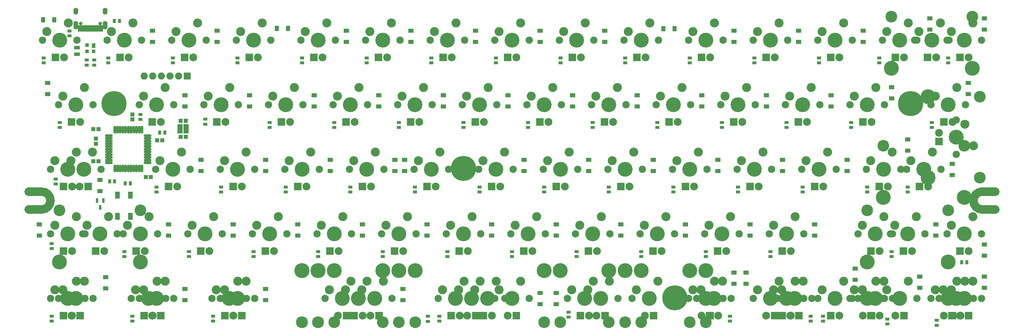
<source format=gbs>
G04 #@! TF.GenerationSoftware,KiCad,Pcbnew,5.0.0-fee4fd1~66~ubuntu16.04.1*
G04 #@! TF.CreationDate,2018-09-14T21:54:44-04:00*
G04 #@! TF.ProjectId,co60,636F36302E6B696361645F7063620000,rev?*
G04 #@! TF.SameCoordinates,PX4b4f718PY8c7ecc0*
G04 #@! TF.FileFunction,Soldermask,Bot*
G04 #@! TF.FilePolarity,Negative*
%FSLAX46Y46*%
G04 Gerber Fmt 4.6, Leading zero omitted, Abs format (unit mm)*
G04 Created by KiCad (PCBNEW 5.0.0-fee4fd1~66~ubuntu16.04.1) date Fri Sep 14 21:54:44 2018*
%MOMM*%
%LPD*%
G01*
G04 APERTURE LIST*
%ADD10C,2.501900*%
%ADD11R,1.000000X1.850000*%
%ADD12R,0.700000X1.850000*%
%ADD13C,1.050000*%
%ADD14O,1.400000X2.500000*%
%ADD15O,1.400000X2.000000*%
%ADD16C,1.400000*%
%ADD17C,7.400240*%
%ADD18C,7.401300*%
%ADD19C,2.650000*%
%ADD20C,4.387800*%
%ADD21C,2.305000*%
%ADD22R,2.305000X2.305000*%
%ADD23C,2.150000*%
%ADD24C,3.448000*%
%ADD25R,1.300000X0.900000*%
%ADD26R,0.900000X1.300000*%
%ADD27R,1.700000X1.100000*%
%ADD28R,1.600000X1.300000*%
%ADD29R,1.300000X1.600000*%
%ADD30R,1.550000X1.400000*%
%ADD31O,2.299920X0.806400*%
%ADD32O,0.806400X2.299920*%
%ADD33R,1.400000X2.100000*%
%ADD34R,1.200000X1.150000*%
%ADD35R,1.150000X1.200000*%
%ADD36R,2.100000X2.100000*%
%ADD37O,2.100000X2.100000*%
%ADD38R,0.740000X1.440000*%
%ADD39R,1.100000X1.000000*%
%ADD40R,1.100000X1.400000*%
G04 APERTURE END LIST*
D10*
G04 #@! TO.C,REF\002A\002A*
X-12350Y35456550D02*
X3787650Y35456550D01*
X3787650Y35456550D02*
G75*
G03X6438600Y38107500I0J2650950D01*
G01*
X6438600Y38107500D02*
G75*
G03X3787650Y40758450I-2650950J0D01*
G01*
X-12350Y40758450D02*
X3787650Y40758450D01*
X281187650Y35456550D02*
X285037650Y35456550D01*
X281187650Y35456550D02*
G75*
G02X278536700Y38107500I0J2650950D01*
G01*
X278536700Y38107500D02*
G75*
G02X281187650Y40758450I2650950J0D01*
G01*
X281187650Y40758450D02*
X284987650Y40758450D01*
G04 #@! TD*
D11*
G04 #@! TO.C,USB1*
X21438400Y88875800D03*
X14988400Y88875800D03*
X20663400Y88875800D03*
X15763400Y88875800D03*
D12*
X16463400Y88875800D03*
X19963400Y88875800D03*
X16963400Y88875800D03*
X19463400Y88875800D03*
X17463400Y88875800D03*
X18963400Y88875800D03*
X18463400Y88875800D03*
X17963400Y88875800D03*
D13*
X21103400Y90320800D03*
X15323400Y90320800D03*
D14*
X13893400Y89790800D03*
X22533400Y89790800D03*
D15*
X13893400Y93970800D03*
X22533400Y93970800D03*
G04 #@! TD*
D16*
G04 #@! TO.C,REF\002A\002A*
X279349172Y36269022D03*
X281187650Y35507500D03*
X283229685Y35507500D03*
X283229685Y40707500D03*
X281187650Y40707500D03*
X279349172Y39945978D03*
X278587650Y38107500D03*
X1745615Y35507500D03*
X1745615Y40707500D03*
X5626128Y36269022D03*
X5626128Y39945978D03*
X3787650Y35507500D03*
X3787650Y40707500D03*
X6387650Y38107500D03*
X129387650Y45307500D03*
X126987650Y45307500D03*
X128187650Y45307500D03*
X126987650Y49907500D03*
X129387650Y49907500D03*
X128187650Y49907500D03*
X191687650Y7107500D03*
X189287650Y7107500D03*
X189287650Y11707500D03*
X191687650Y11707500D03*
X190487650Y7107500D03*
X190487650Y11707500D03*
X261237650Y69024500D03*
X258837650Y69007500D03*
X258837650Y64407500D03*
X261237650Y64407500D03*
X260037650Y64407500D03*
X260037650Y69007500D03*
X26813996Y65081154D03*
X23561304Y65081154D03*
X26813996Y68333846D03*
X23561304Y68333846D03*
X25187650Y64407500D03*
X27487650Y66707500D03*
X22887650Y66707500D03*
X25187650Y69007500D03*
D17*
X260037650Y66707500D03*
X190487650Y9407500D03*
X128187650Y47607500D03*
D18*
X25187650Y66707500D03*
G04 #@! TD*
D19*
G04 #@! TO.C,K_ISOENTER1*
X278536400Y54292500D03*
D20*
X273456400Y56832500D03*
D19*
X275996400Y60642500D03*
D21*
X268376400Y58102500D03*
D22*
X268376400Y55562500D03*
D23*
X273456400Y61912500D03*
X273456400Y51752500D03*
D24*
X280441400Y44894500D03*
X280441400Y68770500D03*
D20*
X265201400Y44894500D03*
X265201400Y68770500D03*
G04 #@! TD*
D25*
G04 #@! TO.C,R68*
X267741400Y1282000D03*
X267741400Y2782000D03*
G04 #@! TD*
G04 #@! TO.C,R67*
X253136400Y3163000D03*
X253136400Y1663000D03*
G04 #@! TD*
G04 #@! TO.C,R66*
X234165775Y2504375D03*
X234165775Y4004375D03*
G04 #@! TD*
G04 #@! TO.C,R65*
X230593900Y2504375D03*
X230593900Y4004375D03*
G04 #@! TD*
G04 #@! TO.C,R64*
X206781400Y2504375D03*
X206781400Y4004375D03*
G04 #@! TD*
G04 #@! TO.C,R63*
X159156400Y3695000D03*
X159156400Y5195000D03*
G04 #@! TD*
G04 #@! TO.C,R62*
X121056400Y2504375D03*
X121056400Y4004375D03*
G04 #@! TD*
G04 #@! TO.C,R61*
X117678200Y2475800D03*
X117678200Y3975800D03*
G04 #@! TD*
G04 #@! TO.C,R60*
X54381400Y2504375D03*
X54381400Y4004375D03*
G04 #@! TD*
G04 #@! TO.C,R59*
X30568900Y2504375D03*
X30568900Y4004375D03*
G04 #@! TD*
G04 #@! TO.C,R58*
X6756400Y2504375D03*
X6756400Y4004375D03*
G04 #@! TD*
D26*
G04 #@! TO.C,R57*
X275087650Y19923125D03*
X276587650Y19923125D03*
G04 #@! TD*
D25*
G04 #@! TO.C,R56*
X254406400Y21554375D03*
X254406400Y23054375D03*
G04 #@! TD*
G04 #@! TO.C,R55*
X218687650Y21554375D03*
X218687650Y23054375D03*
G04 #@! TD*
G04 #@! TO.C,R54*
X199637650Y21554375D03*
X199637650Y23054375D03*
G04 #@! TD*
G04 #@! TO.C,R53*
X180587650Y21554375D03*
X180587650Y23054375D03*
G04 #@! TD*
G04 #@! TO.C,R52*
X161537650Y21554375D03*
X161537650Y23054375D03*
G04 #@! TD*
G04 #@! TO.C,R51*
X142487650Y21554375D03*
X142487650Y23054375D03*
G04 #@! TD*
G04 #@! TO.C,R50*
X123437650Y21554375D03*
X123437650Y23054375D03*
G04 #@! TD*
G04 #@! TO.C,R49*
X104387650Y21554375D03*
X104387650Y23054375D03*
G04 #@! TD*
G04 #@! TO.C,R48*
X85337650Y21554375D03*
X85337650Y23054375D03*
G04 #@! TD*
G04 #@! TO.C,R47*
X66287650Y21554375D03*
X66287650Y23054375D03*
G04 #@! TD*
G04 #@! TO.C,R46*
X47237650Y21554375D03*
X47237650Y23054375D03*
G04 #@! TD*
G04 #@! TO.C,R45*
X28187650Y21554375D03*
X28187650Y23054375D03*
G04 #@! TD*
G04 #@! TO.C,R44*
X6756400Y23935625D03*
X6756400Y25435625D03*
G04 #@! TD*
G04 #@! TO.C,R43*
X259168900Y40604375D03*
X259168900Y42104375D03*
G04 #@! TD*
G04 #@! TO.C,R42*
X247262650Y40604375D03*
X247262650Y42104375D03*
G04 #@! TD*
G04 #@! TO.C,R41*
X228212650Y40604375D03*
X228212650Y42104375D03*
G04 #@! TD*
G04 #@! TO.C,R40*
X209162650Y40604375D03*
X209162650Y42104375D03*
G04 #@! TD*
G04 #@! TO.C,R39*
X190112650Y40604375D03*
X190112650Y42104375D03*
G04 #@! TD*
G04 #@! TO.C,R38*
X171062650Y40604375D03*
X171062650Y42104375D03*
G04 #@! TD*
G04 #@! TO.C,R37*
X152012650Y40604375D03*
X152012650Y42104375D03*
G04 #@! TD*
G04 #@! TO.C,R36*
X132962650Y40604375D03*
X132962650Y42104375D03*
G04 #@! TD*
G04 #@! TO.C,R35*
X113912650Y40604375D03*
X113912650Y42104375D03*
G04 #@! TD*
G04 #@! TO.C,R34*
X94862650Y40604375D03*
X94862650Y42104375D03*
G04 #@! TD*
G04 #@! TO.C,R33*
X75812650Y40604375D03*
X75812650Y42104375D03*
G04 #@! TD*
G04 #@! TO.C,R32*
X56762650Y40604375D03*
X56762650Y42104375D03*
G04 #@! TD*
G04 #@! TO.C,R31*
X37712650Y40604375D03*
X37712650Y42104375D03*
G04 #@! TD*
G04 #@! TO.C,R30*
X7947025Y42985625D03*
X7947025Y44485625D03*
G04 #@! TD*
G04 #@! TO.C,R29*
X266312650Y59654375D03*
X266312650Y61154375D03*
G04 #@! TD*
G04 #@! TO.C,R28*
X242500150Y59654375D03*
X242500150Y61154375D03*
G04 #@! TD*
G04 #@! TO.C,R27*
X223450150Y59654375D03*
X223450150Y61154375D03*
G04 #@! TD*
G04 #@! TO.C,R26*
X204400150Y59654375D03*
X204400150Y61154375D03*
G04 #@! TD*
G04 #@! TO.C,R25*
X185350150Y59654375D03*
X185350150Y61154375D03*
G04 #@! TD*
G04 #@! TO.C,R24*
X166300150Y59654375D03*
X166300150Y61154375D03*
G04 #@! TD*
G04 #@! TO.C,R23*
X147250150Y59654375D03*
X147250150Y61154375D03*
G04 #@! TD*
G04 #@! TO.C,R19*
X71050150Y59654375D03*
X71050150Y61154375D03*
G04 #@! TD*
G04 #@! TO.C,R18*
X52070000Y60629800D03*
X52070000Y62129800D03*
G04 #@! TD*
G04 #@! TO.C,R17*
X32950150Y62035625D03*
X32950150Y63535625D03*
G04 #@! TD*
G04 #@! TO.C,R16*
X9137650Y59654375D03*
X9137650Y61154375D03*
G04 #@! TD*
G04 #@! TO.C,R15*
X271075150Y78704375D03*
X271075150Y80204375D03*
G04 #@! TD*
G04 #@! TO.C,R14*
X250834525Y78704375D03*
X250834525Y80204375D03*
G04 #@! TD*
G04 #@! TO.C,R13*
X232975150Y78704375D03*
X232975150Y80204375D03*
G04 #@! TD*
G04 #@! TO.C,R12*
X213925150Y78704375D03*
X213925150Y80204375D03*
G04 #@! TD*
G04 #@! TO.C,R11*
X194875150Y78704375D03*
X194875150Y80204375D03*
G04 #@! TD*
G04 #@! TO.C,R10*
X175825150Y78704375D03*
X175825150Y80204375D03*
G04 #@! TD*
G04 #@! TO.C,R9*
X156775150Y78704375D03*
X156775150Y80204375D03*
G04 #@! TD*
G04 #@! TO.C,R8*
X137725150Y78704375D03*
X137725150Y80204375D03*
G04 #@! TD*
G04 #@! TO.C,R7*
X118675150Y78704375D03*
X118675150Y80204375D03*
G04 #@! TD*
G04 #@! TO.C,R6*
X99625150Y78704375D03*
X99625150Y80204375D03*
G04 #@! TD*
G04 #@! TO.C,R5*
X80575150Y78704375D03*
X80575150Y80204375D03*
G04 #@! TD*
G04 #@! TO.C,R4*
X61525150Y78704375D03*
X61525150Y80204375D03*
G04 #@! TD*
G04 #@! TO.C,R3*
X42475150Y78704375D03*
X42475150Y80204375D03*
G04 #@! TD*
G04 #@! TO.C,R2*
X23425150Y78704375D03*
X23425150Y80204375D03*
G04 #@! TD*
G04 #@! TO.C,R1*
X4375150Y78704375D03*
X4375150Y80204375D03*
G04 #@! TD*
D27*
G04 #@! TO.C,F1*
X14231400Y81320000D03*
X14231400Y83220000D03*
G04 #@! TD*
D19*
G04 #@! TO.C,K_SPACE1_2*
X99783900Y14287500D03*
D20*
X97243900Y9207500D03*
D19*
X93433900Y11747500D03*
D21*
X98513900Y4127500D03*
D22*
X95973900Y4127500D03*
D23*
X92163900Y9207500D03*
X102323900Y9207500D03*
D24*
X85305900Y2222500D03*
X109181900Y2222500D03*
D20*
X85305900Y17462500D03*
X109181900Y17462500D03*
G04 #@! TD*
D19*
G04 #@! TO.C,K_SPACE3_1*
X166458900Y14287500D03*
D20*
X163918900Y9207500D03*
D19*
X160108900Y11747500D03*
D21*
X165188900Y4127500D03*
D22*
X162648900Y4127500D03*
D23*
X158838900Y9207500D03*
X168998900Y9207500D03*
D24*
X151980900Y2222500D03*
X175856900Y2222500D03*
D20*
X151980900Y17462500D03*
X175856900Y17462500D03*
G04 #@! TD*
D28*
G04 #@! TO.C,D68*
X281790775Y12320000D03*
X281790775Y15620000D03*
G04 #@! TD*
G04 #@! TO.C,D67*
X262740775Y12320000D03*
X262740775Y15620000D03*
G04 #@! TD*
G04 #@! TO.C,D66*
X243690775Y14701250D03*
X243690775Y18001250D03*
G04 #@! TD*
G04 #@! TO.C,D65*
X211543900Y13510625D03*
X211543900Y16810625D03*
G04 #@! TD*
G04 #@! TO.C,D64*
X207972025Y13510625D03*
X207972025Y16810625D03*
G04 #@! TD*
G04 #@! TO.C,D63*
X155584525Y7557500D03*
X155584525Y10857500D03*
G04 #@! TD*
G04 #@! TO.C,D62*
X150822025Y7557500D03*
X150822025Y10857500D03*
G04 #@! TD*
G04 #@! TO.C,D61*
X110340775Y8748125D03*
X110340775Y12048125D03*
G04 #@! TD*
G04 #@! TO.C,D60*
X69859525Y8748125D03*
X69859525Y12048125D03*
G04 #@! TD*
G04 #@! TO.C,D59*
X46047025Y8748125D03*
X46047025Y12048125D03*
G04 #@! TD*
G04 #@! TO.C,D58*
X22733000Y12167600D03*
X22733000Y15467600D03*
G04 #@! TD*
G04 #@! TO.C,D57*
X281790775Y21845000D03*
X281790775Y25145000D03*
G04 #@! TD*
G04 #@! TO.C,D56*
X267503275Y27798125D03*
X267503275Y31098125D03*
G04 #@! TD*
G04 #@! TO.C,D55*
X231784525Y27798125D03*
X231784525Y31098125D03*
G04 #@! TD*
G04 #@! TO.C,D54*
X212734525Y27798125D03*
X212734525Y31098125D03*
G04 #@! TD*
G04 #@! TO.C,D53*
X193684525Y27798125D03*
X193684525Y31098125D03*
G04 #@! TD*
G04 #@! TO.C,D52*
X174634525Y27798125D03*
X174634525Y31098125D03*
G04 #@! TD*
G04 #@! TO.C,D51*
X155584525Y27798125D03*
X155584525Y31098125D03*
G04 #@! TD*
G04 #@! TO.C,D50*
X136534525Y27798125D03*
X136534525Y31098125D03*
G04 #@! TD*
G04 #@! TO.C,D49*
X117484525Y27798125D03*
X117484525Y31098125D03*
G04 #@! TD*
G04 #@! TO.C,D48*
X98434525Y27798125D03*
X98434525Y31098125D03*
G04 #@! TD*
G04 #@! TO.C,D47*
X79384525Y27798125D03*
X79384525Y31098125D03*
G04 #@! TD*
G04 #@! TO.C,D46*
X60334525Y27798125D03*
X60334525Y31098125D03*
G04 #@! TD*
G04 #@! TO.C,D45*
X41284525Y27798125D03*
X41284525Y31098125D03*
G04 #@! TD*
G04 #@! TO.C,D44*
X3184525Y27798125D03*
X3184525Y31098125D03*
G04 #@! TD*
G04 #@! TO.C,D43*
X272265775Y45657500D03*
X272265775Y48957500D03*
G04 #@! TD*
G04 #@! TO.C,D42*
X259168900Y52801250D03*
X259168900Y56101250D03*
G04 #@! TD*
G04 #@! TO.C,D41*
X241309525Y46848125D03*
X241309525Y50148125D03*
G04 #@! TD*
G04 #@! TO.C,D40*
X222259525Y46848125D03*
X222259525Y50148125D03*
G04 #@! TD*
G04 #@! TO.C,D39*
X203209525Y46848125D03*
X203209525Y50148125D03*
G04 #@! TD*
G04 #@! TO.C,D38*
X184159525Y46848125D03*
X184159525Y50148125D03*
G04 #@! TD*
G04 #@! TO.C,D37*
X165109525Y46848125D03*
X165109525Y50148125D03*
G04 #@! TD*
G04 #@! TO.C,D36*
X146059525Y46848125D03*
X146059525Y50148125D03*
G04 #@! TD*
G04 #@! TO.C,D35*
X110832900Y46850300D03*
X110832900Y50150300D03*
G04 #@! TD*
G04 #@! TO.C,D34*
X107959525Y46848125D03*
X107959525Y50148125D03*
G04 #@! TD*
G04 #@! TO.C,D33*
X88909525Y46848125D03*
X88909525Y50148125D03*
G04 #@! TD*
G04 #@! TO.C,D32*
X69859525Y46848125D03*
X69859525Y50148125D03*
G04 #@! TD*
G04 #@! TO.C,D31*
X50809525Y46848125D03*
X50809525Y50148125D03*
G04 #@! TD*
G04 #@! TO.C,D30*
X21043900Y40895000D03*
X21043900Y44195000D03*
G04 #@! TD*
G04 #@! TO.C,D29*
X277028275Y69470000D03*
X277028275Y72770000D03*
G04 #@! TD*
G04 #@! TO.C,D28*
X254406400Y68279375D03*
X254406400Y71579375D03*
G04 #@! TD*
G04 #@! TO.C,D27*
X236547025Y65898125D03*
X236547025Y69198125D03*
G04 #@! TD*
G04 #@! TO.C,D26*
X217497025Y65898125D03*
X217497025Y69198125D03*
G04 #@! TD*
G04 #@! TO.C,D25*
X198447025Y65898125D03*
X198447025Y69198125D03*
G04 #@! TD*
G04 #@! TO.C,D24*
X179397025Y65898125D03*
X179397025Y69198125D03*
G04 #@! TD*
G04 #@! TO.C,D23*
X160347025Y65898125D03*
X160347025Y69198125D03*
G04 #@! TD*
G04 #@! TO.C,D22*
X141297025Y65898125D03*
X141297025Y69198125D03*
G04 #@! TD*
G04 #@! TO.C,D21*
X122247025Y65898125D03*
X122247025Y69198125D03*
G04 #@! TD*
G04 #@! TO.C,D20*
X103197025Y65898125D03*
X103197025Y69198125D03*
G04 #@! TD*
G04 #@! TO.C,D19*
X84147025Y65898125D03*
X84147025Y69198125D03*
G04 #@! TD*
G04 #@! TO.C,D18*
X65097025Y65898125D03*
X65097025Y69198125D03*
G04 #@! TD*
G04 #@! TO.C,D17*
X46047025Y65898125D03*
X46047025Y69198125D03*
G04 #@! TD*
G04 #@! TO.C,D16*
X5565775Y69470000D03*
X5565775Y72770000D03*
G04 #@! TD*
G04 #@! TO.C,D15*
X281790775Y88520000D03*
X281790775Y91820000D03*
G04 #@! TD*
G04 #@! TO.C,D14*
X265709400Y88520000D03*
X265709400Y91820000D03*
G04 #@! TD*
G04 #@! TO.C,D13*
X246072025Y84948125D03*
X246072025Y88248125D03*
G04 #@! TD*
G04 #@! TO.C,D12*
X227022025Y84948125D03*
X227022025Y88248125D03*
G04 #@! TD*
G04 #@! TO.C,D11*
X207972025Y84948125D03*
X207972025Y88248125D03*
G04 #@! TD*
D29*
G04 #@! TO.C,D10*
X190421400Y88850000D03*
X187121400Y88850000D03*
G04 #@! TD*
D28*
G04 #@! TO.C,D9*
X169872025Y84948125D03*
X169872025Y88248125D03*
G04 #@! TD*
G04 #@! TO.C,D8*
X150822025Y84948125D03*
X150822025Y88248125D03*
G04 #@! TD*
G04 #@! TO.C,D7*
X131772025Y84948125D03*
X131772025Y88248125D03*
G04 #@! TD*
G04 #@! TO.C,D6*
X112722025Y84948125D03*
X112722025Y88248125D03*
G04 #@! TD*
G04 #@! TO.C,D5*
X93672025Y84948125D03*
X93672025Y88248125D03*
G04 #@! TD*
D29*
G04 #@! TO.C,D4*
X76431400Y88930000D03*
X73131400Y88930000D03*
G04 #@! TD*
D28*
G04 #@! TO.C,D3*
X55572025Y84948125D03*
X55572025Y88248125D03*
G04 #@! TD*
G04 #@! TO.C,D2*
X36522025Y84948125D03*
X36522025Y88248125D03*
G04 #@! TD*
D29*
G04 #@! TO.C,D1*
X7517400Y91440000D03*
X4217400Y91440000D03*
G04 #@! TD*
D30*
G04 #@! TO.C,Y1*
X44641800Y59958200D03*
X46391800Y59958200D03*
X46391800Y58558200D03*
X44641800Y58558200D03*
G04 #@! TD*
D31*
G04 #@! TO.C,U1*
X23663275Y53260625D03*
X23663275Y54060725D03*
X23663275Y54860825D03*
X23663275Y55660925D03*
X23663275Y56461025D03*
X23663275Y57261125D03*
X23663275Y52460525D03*
X23663275Y51660425D03*
X23663275Y50860325D03*
X23663275Y50060225D03*
X23663275Y49260125D03*
X35093275Y53260625D03*
X35093275Y54060725D03*
X35093275Y54860825D03*
X35093275Y55660925D03*
X35093275Y56461025D03*
X35093275Y57261125D03*
X35093275Y52460525D03*
X35093275Y51660425D03*
X35093275Y50860325D03*
X35093275Y50060225D03*
X35093275Y49260125D03*
D32*
X29378275Y58975625D03*
X29378275Y47545625D03*
X30178375Y58975625D03*
X30178375Y47545625D03*
X30978475Y47545625D03*
X30978475Y58975625D03*
X31778575Y58975625D03*
X31778575Y47545625D03*
X32578675Y47545625D03*
X32578675Y58975625D03*
X33378775Y58975625D03*
X33378775Y47545625D03*
X28578175Y47545625D03*
X28578175Y58975625D03*
X27778075Y58975625D03*
X27778075Y47545625D03*
X26977975Y47545625D03*
X26977975Y58975625D03*
X26177875Y58975625D03*
X26177875Y47545625D03*
X25377775Y47545625D03*
X25377775Y58975625D03*
G04 #@! TD*
D33*
G04 #@! TO.C,SW1*
X26192400Y39726000D03*
X26192400Y33426000D03*
X29992400Y39726000D03*
X29992400Y33426000D03*
G04 #@! TD*
D26*
G04 #@! TO.C,RC7*
X26781400Y91070000D03*
X25281400Y91070000D03*
G04 #@! TD*
D25*
G04 #@! TO.C,RC6*
X12065000Y88176800D03*
X12065000Y86676800D03*
G04 #@! TD*
G04 #@! TO.C,RC5*
X17131400Y78070000D03*
X17131400Y79570000D03*
G04 #@! TD*
G04 #@! TO.C,RC4*
X19281400Y78070000D03*
X19281400Y79570000D03*
G04 #@! TD*
D26*
G04 #@! TO.C,RC3*
X40145400Y58166000D03*
X38645400Y58166000D03*
G04 #@! TD*
G04 #@! TO.C,RC2*
X25365775Y43735625D03*
X23865775Y43735625D03*
G04 #@! TD*
G04 #@! TO.C,RC1*
X28485400Y43180000D03*
X29985400Y43180000D03*
G04 #@! TD*
D25*
G04 #@! TO.C,R22*
X128200150Y59654375D03*
X128200150Y61154375D03*
G04 #@! TD*
G04 #@! TO.C,R21*
X109150150Y59654375D03*
X109150150Y61154375D03*
G04 #@! TD*
G04 #@! TO.C,R20*
X90100150Y59654375D03*
X90100150Y61154375D03*
G04 #@! TD*
D19*
G04 #@! TO.C,K_CAPS2*
X14058900Y52387500D03*
D20*
X11518900Y47307500D03*
D19*
X7708900Y49847500D03*
D21*
X12788900Y42227500D03*
D22*
X10248900Y42227500D03*
D23*
X6438900Y47307500D03*
X16598900Y47307500D03*
G04 #@! TD*
D19*
G04 #@! TO.C,K_CAPS1*
X18821400Y52387500D03*
D20*
X16281400Y47307500D03*
D19*
X12471400Y49847500D03*
D21*
X15011400Y42227500D03*
D22*
X17551400Y42227500D03*
D23*
X11201400Y47307500D03*
X21361400Y47307500D03*
G04 #@! TD*
D34*
G04 #@! TO.C,C8*
X19103275Y59213750D03*
X20603275Y59213750D03*
G04 #@! TD*
G04 #@! TO.C,C7*
X36031400Y45020000D03*
X34531400Y45020000D03*
G04 #@! TD*
G04 #@! TO.C,C6*
X19103275Y49688750D03*
X20603275Y49688750D03*
G04 #@! TD*
D35*
G04 #@! TO.C,C5*
X19853275Y54891875D03*
X19853275Y56391875D03*
G04 #@! TD*
D34*
G04 #@! TO.C,C4*
X39383400Y55880000D03*
X37883400Y55880000D03*
G04 #@! TD*
D35*
G04 #@! TO.C,C3*
X30568900Y63535625D03*
X30568900Y62035625D03*
G04 #@! TD*
D34*
G04 #@! TO.C,C2*
X46292200Y61620000D03*
X44792200Y61620000D03*
G04 #@! TD*
G04 #@! TO.C,C1*
X44811400Y56880000D03*
X46311400Y56880000D03*
G04 #@! TD*
D19*
G04 #@! TO.C,K_RCTL1*
X275996400Y14287500D03*
D20*
X273456400Y9207500D03*
D19*
X269646400Y11747500D03*
D21*
X274726400Y4127500D03*
D22*
X272186400Y4127500D03*
D23*
X268376400Y9207500D03*
X278536400Y9207500D03*
G04 #@! TD*
D19*
G04 #@! TO.C,K_RFN1*
X252183900Y14287500D03*
D20*
X249643900Y9207500D03*
D19*
X245833900Y11747500D03*
D21*
X250913900Y4127500D03*
D22*
X248373900Y4127500D03*
D23*
X244563900Y9207500D03*
X254723900Y9207500D03*
G04 #@! TD*
D19*
G04 #@! TO.C,K_RMOD3*
X225990150Y14287500D03*
D20*
X223450150Y9207500D03*
D19*
X219640150Y11747500D03*
D21*
X224720150Y4127500D03*
D22*
X222180150Y4127500D03*
D23*
X218370150Y9207500D03*
X228530150Y9207500D03*
G04 #@! TD*
D19*
G04 #@! TO.C,K_SPACE2_5*
X137883900Y14287500D03*
D20*
X135343900Y9207500D03*
D19*
X131533900Y11747500D03*
D21*
X136613900Y4127500D03*
D22*
X134073900Y4127500D03*
D23*
X130263900Y9207500D03*
X140423900Y9207500D03*
G04 #@! TD*
D19*
G04 #@! TO.C,K_LALT1*
X61683900Y14287500D03*
D20*
X59143900Y9207500D03*
D19*
X55333900Y11747500D03*
D21*
X60413900Y4127500D03*
D22*
X57873900Y4127500D03*
D23*
X54063900Y9207500D03*
X64223900Y9207500D03*
G04 #@! TD*
D19*
G04 #@! TO.C,K_LGUI1*
X37871400Y14287500D03*
D20*
X35331400Y9207500D03*
D19*
X31521400Y11747500D03*
D21*
X36601400Y4127500D03*
D22*
X34061400Y4127500D03*
D23*
X30251400Y9207500D03*
X40411400Y9207500D03*
G04 #@! TD*
D19*
G04 #@! TO.C,K_SPACE3_3*
X185508900Y14287500D03*
D20*
X182968900Y9207500D03*
D19*
X179158900Y11747500D03*
D21*
X181698900Y4127500D03*
D22*
X184238900Y4127500D03*
D23*
X177888900Y9207500D03*
X188048900Y9207500D03*
D24*
X171030900Y2222500D03*
X194906900Y2222500D03*
D20*
X171030900Y17462500D03*
X194906900Y17462500D03*
G04 #@! TD*
D19*
G04 #@! TO.C,K_SPACE2_4*
X145027650Y14287500D03*
D20*
X142487650Y9207500D03*
D19*
X138677650Y11747500D03*
D21*
X141217650Y4127500D03*
D22*
X143757650Y4127500D03*
D23*
X137407650Y9207500D03*
X147567650Y9207500D03*
G04 #@! TD*
D19*
G04 #@! TO.C,K_SPACE1_3*
X104546400Y14287500D03*
D20*
X102006400Y9207500D03*
D19*
X98196400Y11747500D03*
D21*
X100736400Y4127500D03*
D22*
X103276400Y4127500D03*
D23*
X96926400Y9207500D03*
X107086400Y9207500D03*
D24*
X90068400Y2222500D03*
X113944400Y2222500D03*
D20*
X90068400Y17462500D03*
X113944400Y17462500D03*
G04 #@! TD*
D19*
G04 #@! TO.C,K_RCTL3*
X273615150Y14287500D03*
D20*
X271075150Y9207500D03*
D19*
X267265150Y11747500D03*
D21*
X269805150Y4127500D03*
D22*
X272345150Y4127500D03*
D23*
X265995150Y9207500D03*
X276155150Y9207500D03*
G04 #@! TD*
D19*
G04 #@! TO.C,K_RFN3*
X249802650Y14287500D03*
D20*
X247262650Y9207500D03*
D19*
X243452650Y11747500D03*
D21*
X245992650Y4127500D03*
D22*
X248532650Y4127500D03*
D23*
X242182650Y9207500D03*
X252342650Y9207500D03*
G04 #@! TD*
D19*
G04 #@! TO.C,K_SPACE2_3*
X145027650Y14287500D03*
D20*
X142487650Y9207500D03*
D19*
X138677650Y11747500D03*
D21*
X141217650Y4127500D03*
D22*
X143757650Y4127500D03*
D23*
X137407650Y9207500D03*
X147567650Y9207500D03*
D24*
X85337650Y2222500D03*
X199637650Y2222500D03*
D20*
X85337650Y17462500D03*
X199637650Y17462500D03*
G04 #@! TD*
D19*
G04 #@! TO.C,K_LALT2*
X64065150Y14287500D03*
D20*
X61525150Y9207500D03*
D19*
X57715150Y11747500D03*
D21*
X60255150Y4127500D03*
D22*
X62795150Y4127500D03*
D23*
X56445150Y9207500D03*
X66605150Y9207500D03*
G04 #@! TD*
D19*
G04 #@! TO.C,K_LGUI2*
X40252650Y14287500D03*
D20*
X37712650Y9207500D03*
D19*
X33902650Y11747500D03*
D21*
X36442650Y4127500D03*
D22*
X38982650Y4127500D03*
D23*
X32632650Y9207500D03*
X42792650Y9207500D03*
G04 #@! TD*
D19*
G04 #@! TO.C,K_SPACE3_2*
X171221400Y14287500D03*
D20*
X168681400Y9207500D03*
D19*
X164871400Y11747500D03*
D21*
X167411400Y4127500D03*
D22*
X169951400Y4127500D03*
D23*
X163601400Y9207500D03*
X173761400Y9207500D03*
D24*
X156743400Y2222500D03*
X180619400Y2222500D03*
D20*
X156743400Y17462500D03*
X180619400Y17462500D03*
G04 #@! TD*
D19*
G04 #@! TO.C,K_RCTL2*
X278377650Y14287500D03*
D20*
X275837650Y9207500D03*
D19*
X272027650Y11747500D03*
D21*
X274567650Y4127500D03*
D22*
X277107650Y4127500D03*
D23*
X270757650Y9207500D03*
X280917650Y9207500D03*
G04 #@! TD*
D19*
G04 #@! TO.C,K_RFN2*
X259327650Y14287500D03*
D20*
X256787650Y9207500D03*
D19*
X252977650Y11747500D03*
D21*
X255517650Y4127500D03*
D22*
X258057650Y4127500D03*
D23*
X251707650Y9207500D03*
X261867650Y9207500D03*
G04 #@! TD*
D19*
G04 #@! TO.C,K_RMOD2*
X221227650Y14287500D03*
D20*
X218687650Y9207500D03*
D19*
X214877650Y11747500D03*
D21*
X217417650Y4127500D03*
D22*
X219957650Y4127500D03*
D23*
X213607650Y9207500D03*
X223767650Y9207500D03*
G04 #@! TD*
D19*
G04 #@! TO.C,K_RALT3*
X202177650Y14287500D03*
D20*
X199637650Y9207500D03*
D19*
X195827650Y11747500D03*
D21*
X198367650Y4127500D03*
D22*
X200907650Y4127500D03*
D23*
X194557650Y9207500D03*
X204717650Y9207500D03*
G04 #@! TD*
D19*
G04 #@! TO.C,K_RALT1*
X204558900Y14287500D03*
D20*
X202018900Y9207500D03*
D19*
X198208900Y11747500D03*
D21*
X203288900Y4127500D03*
D22*
X200748900Y4127500D03*
D23*
X196938900Y9207500D03*
X207098900Y9207500D03*
G04 #@! TD*
D19*
G04 #@! TO.C,K_SPACE2_1*
X128358900Y14287500D03*
D20*
X125818900Y9207500D03*
D19*
X122008900Y11747500D03*
D21*
X127088900Y4127500D03*
D22*
X124548900Y4127500D03*
D23*
X120738900Y9207500D03*
X130898900Y9207500D03*
G04 #@! TD*
D19*
G04 #@! TO.C,K_SPACE1_1*
X95021400Y14287500D03*
D20*
X92481400Y9207500D03*
D19*
X88671400Y11747500D03*
D21*
X91211400Y4127500D03*
D22*
X93751400Y4127500D03*
D23*
X87401400Y9207500D03*
X97561400Y9207500D03*
D24*
X80543400Y2222500D03*
X104419400Y2222500D03*
D20*
X80543400Y17462500D03*
X104419400Y17462500D03*
G04 #@! TD*
D19*
G04 #@! TO.C,K_RMOD1*
X228371400Y14287500D03*
D20*
X225831400Y9207500D03*
D19*
X222021400Y11747500D03*
D21*
X224561400Y4127500D03*
D22*
X227101400Y4127500D03*
D23*
X220751400Y9207500D03*
X230911400Y9207500D03*
G04 #@! TD*
D19*
G04 #@! TO.C,K_SPACE2_2*
X133121400Y14287500D03*
D20*
X130581400Y9207500D03*
D19*
X126771400Y11747500D03*
D21*
X129311400Y4127500D03*
D22*
X131851400Y4127500D03*
D23*
X125501400Y9207500D03*
X135661400Y9207500D03*
D24*
X80581500Y2222500D03*
X180581300Y2222500D03*
D20*
X80581500Y17462500D03*
X180581300Y17462500D03*
G04 #@! TD*
D36*
G04 #@! TO.C,J1*
X46736000Y74803000D03*
D37*
X44196000Y74803000D03*
X41656000Y74803000D03*
X39116000Y74803000D03*
X36576000Y74803000D03*
X34036000Y74803000D03*
G04 #@! TD*
D19*
G04 #@! TO.C,K_Q1*
X40252650Y71437500D03*
D20*
X37712650Y66357500D03*
D19*
X33902650Y68897500D03*
D21*
X38982650Y61277500D03*
D22*
X36442650Y61277500D03*
D23*
X32632650Y66357500D03*
X42792650Y66357500D03*
G04 #@! TD*
D19*
G04 #@! TO.C,K_#0_1*
X202177650Y90487500D03*
D20*
X199637650Y85407500D03*
D19*
X195827650Y87947500D03*
D21*
X200907650Y80327500D03*
D22*
X198367650Y80327500D03*
D23*
X194557650Y85407500D03*
X204717650Y85407500D03*
G04 #@! TD*
D19*
G04 #@! TO.C,K_#1*
X30727650Y90487500D03*
D20*
X28187650Y85407500D03*
D19*
X24377650Y87947500D03*
D21*
X29457650Y80327500D03*
D22*
X26917650Y80327500D03*
D23*
X23107650Y85407500D03*
X33267650Y85407500D03*
G04 #@! TD*
D19*
G04 #@! TO.C,K_#2*
X49777650Y90487500D03*
D20*
X47237650Y85407500D03*
D19*
X43427650Y87947500D03*
D21*
X48507650Y80327500D03*
D22*
X45967650Y80327500D03*
D23*
X42157650Y85407500D03*
X52317650Y85407500D03*
G04 #@! TD*
D19*
G04 #@! TO.C,K_#3*
X68827650Y90487500D03*
D20*
X66287650Y85407500D03*
D19*
X62477650Y87947500D03*
D21*
X67557650Y80327500D03*
D22*
X65017650Y80327500D03*
D23*
X61207650Y85407500D03*
X71367650Y85407500D03*
G04 #@! TD*
D19*
G04 #@! TO.C,K_#4*
X87877650Y90487500D03*
D20*
X85337650Y85407500D03*
D19*
X81527650Y87947500D03*
D21*
X86607650Y80327500D03*
D22*
X84067650Y80327500D03*
D23*
X80257650Y85407500D03*
X90417650Y85407500D03*
G04 #@! TD*
D19*
G04 #@! TO.C,K_#5*
X106927650Y90487500D03*
D20*
X104387650Y85407500D03*
D19*
X100577650Y87947500D03*
D21*
X105657650Y80327500D03*
D22*
X103117650Y80327500D03*
D23*
X99307650Y85407500D03*
X109467650Y85407500D03*
G04 #@! TD*
D19*
G04 #@! TO.C,K_#6*
X125977650Y90487500D03*
D20*
X123437650Y85407500D03*
D19*
X119627650Y87947500D03*
D21*
X124707650Y80327500D03*
D22*
X122167650Y80327500D03*
D23*
X118357650Y85407500D03*
X128517650Y85407500D03*
G04 #@! TD*
D19*
G04 #@! TO.C,K_#7*
X145027650Y90487500D03*
D20*
X142487650Y85407500D03*
D19*
X138677650Y87947500D03*
D21*
X143757650Y80327500D03*
D22*
X141217650Y80327500D03*
D23*
X137407650Y85407500D03*
X147567650Y85407500D03*
G04 #@! TD*
D19*
G04 #@! TO.C,K_#8*
X164077650Y90487500D03*
D20*
X161537650Y85407500D03*
D19*
X157727650Y87947500D03*
D21*
X162807650Y80327500D03*
D22*
X160267650Y80327500D03*
D23*
X156457650Y85407500D03*
X166617650Y85407500D03*
G04 #@! TD*
D19*
G04 #@! TO.C,K_#9*
X183127650Y90487500D03*
D20*
X180587650Y85407500D03*
D19*
X176777650Y87947500D03*
D21*
X181857650Y80327500D03*
D22*
X179317650Y80327500D03*
D23*
X175507650Y85407500D03*
X185667650Y85407500D03*
G04 #@! TD*
D19*
G04 #@! TO.C,K_-1*
X221227650Y90487500D03*
D20*
X218687650Y85407500D03*
D19*
X214877650Y87947500D03*
D21*
X219957650Y80327500D03*
D22*
X217417650Y80327500D03*
D23*
X213607650Y85407500D03*
X223767650Y85407500D03*
G04 #@! TD*
D19*
G04 #@! TO.C,K_=1*
X240277650Y90487500D03*
D20*
X237737650Y85407500D03*
D19*
X233927650Y87947500D03*
D21*
X239007650Y80327500D03*
D22*
X236467650Y80327500D03*
D23*
X232657650Y85407500D03*
X242817650Y85407500D03*
G04 #@! TD*
D19*
G04 #@! TO.C,K_BACK1*
X268852650Y90487500D03*
D20*
X266312650Y85407500D03*
D19*
X262502650Y87947500D03*
D21*
X267582650Y80327500D03*
D22*
X265042650Y80327500D03*
D23*
X261232650Y85407500D03*
X271392650Y85407500D03*
D24*
X254374650Y92392500D03*
X278250650Y92392500D03*
D20*
X254374650Y77152500D03*
X278250650Y77152500D03*
G04 #@! TD*
D19*
G04 #@! TO.C,K_BACK2*
X278377650Y90487500D03*
D20*
X275837650Y85407500D03*
D19*
X272027650Y87947500D03*
D21*
X277107650Y80327500D03*
D22*
X274567650Y80327500D03*
D23*
X270757650Y85407500D03*
X280917650Y85407500D03*
G04 #@! TD*
D19*
G04 #@! TO.C,K_DEL1*
X259327650Y90487500D03*
D20*
X256787650Y85407500D03*
D19*
X252977650Y87947500D03*
D21*
X258057650Y80327500D03*
D22*
X255517650Y80327500D03*
D23*
X251707650Y85407500D03*
X261867650Y85407500D03*
G04 #@! TD*
D19*
G04 #@! TO.C,K_ESC1*
X11677650Y90487500D03*
D20*
X9137650Y85407500D03*
D19*
X5327650Y87947500D03*
D21*
X10407650Y80327500D03*
D22*
X7867650Y80327500D03*
D23*
X4057650Y85407500D03*
X14217650Y85407500D03*
G04 #@! TD*
D19*
G04 #@! TO.C,K_E1*
X78352650Y71437500D03*
D20*
X75812650Y66357500D03*
D19*
X72002650Y68897500D03*
D21*
X77082650Y61277500D03*
D22*
X74542650Y61277500D03*
D23*
X70732650Y66357500D03*
X80892650Y66357500D03*
G04 #@! TD*
D19*
G04 #@! TO.C,K_I1*
X173602650Y71437500D03*
D20*
X171062650Y66357500D03*
D19*
X167252650Y68897500D03*
D21*
X172332650Y61277500D03*
D22*
X169792650Y61277500D03*
D23*
X165982650Y66357500D03*
X176142650Y66357500D03*
G04 #@! TD*
D19*
G04 #@! TO.C,K_O1*
X192652650Y71437500D03*
D20*
X190112650Y66357500D03*
D19*
X186302650Y68897500D03*
D21*
X191382650Y61277500D03*
D22*
X188842650Y61277500D03*
D23*
X185032650Y66357500D03*
X195192650Y66357500D03*
G04 #@! TD*
D19*
G04 #@! TO.C,K_P1*
X211702650Y71437500D03*
D20*
X209162650Y66357500D03*
D19*
X205352650Y68897500D03*
D21*
X210432650Y61277500D03*
D22*
X207892650Y61277500D03*
D23*
X204082650Y66357500D03*
X214242650Y66357500D03*
G04 #@! TD*
D19*
G04 #@! TO.C,K_R1*
X97402650Y71437500D03*
D20*
X94862650Y66357500D03*
D19*
X91052650Y68897500D03*
D21*
X96132650Y61277500D03*
D22*
X93592650Y61277500D03*
D23*
X89782650Y66357500D03*
X99942650Y66357500D03*
G04 #@! TD*
D19*
G04 #@! TO.C,K_T1*
X116452650Y71437500D03*
D20*
X113912650Y66357500D03*
D19*
X110102650Y68897500D03*
D21*
X115182650Y61277500D03*
D22*
X112642650Y61277500D03*
D23*
X108832650Y66357500D03*
X118992650Y66357500D03*
G04 #@! TD*
D19*
G04 #@! TO.C,K_TAB1*
X16440150Y71437500D03*
D20*
X13900150Y66357500D03*
D19*
X10090150Y68897500D03*
D21*
X15170150Y61277500D03*
D22*
X12630150Y61277500D03*
D23*
X8820150Y66357500D03*
X18980150Y66357500D03*
G04 #@! TD*
D19*
G04 #@! TO.C,K_U1*
X154552650Y71437500D03*
D20*
X152012650Y66357500D03*
D19*
X148202650Y68897500D03*
D21*
X153282650Y61277500D03*
D22*
X150742650Y61277500D03*
D23*
X146932650Y66357500D03*
X157092650Y66357500D03*
G04 #@! TD*
D19*
G04 #@! TO.C,K_W1*
X59302650Y71437500D03*
D20*
X56762650Y66357500D03*
D19*
X52952650Y68897500D03*
D21*
X58032650Y61277500D03*
D22*
X55492650Y61277500D03*
D23*
X51682650Y66357500D03*
X61842650Y66357500D03*
G04 #@! TD*
D19*
G04 #@! TO.C,K_Y1*
X135502650Y71437500D03*
D20*
X132962650Y66357500D03*
D19*
X129152650Y68897500D03*
D21*
X134232650Y61277500D03*
D22*
X131692650Y61277500D03*
D23*
X127882650Y66357500D03*
X138042650Y66357500D03*
G04 #@! TD*
D19*
G04 #@! TO.C,K_[1*
X230752650Y71437500D03*
D20*
X228212650Y66357500D03*
D19*
X224402650Y68897500D03*
D21*
X229482650Y61277500D03*
D22*
X226942650Y61277500D03*
D23*
X223132650Y66357500D03*
X233292650Y66357500D03*
G04 #@! TD*
D19*
G04 #@! TO.C,K_\005C1*
X273615150Y71437500D03*
D20*
X271075150Y66357500D03*
D19*
X267265150Y68897500D03*
D21*
X272345150Y61277500D03*
D22*
X269805150Y61277500D03*
D23*
X265995150Y66357500D03*
X276155150Y66357500D03*
G04 #@! TD*
D19*
G04 #@! TO.C,K_]1*
X249802650Y71437500D03*
D20*
X247262650Y66357500D03*
D19*
X243452650Y68897500D03*
D21*
X248532650Y61277500D03*
D22*
X245992650Y61277500D03*
D23*
X242182650Y66357500D03*
X252342650Y66357500D03*
G04 #@! TD*
D19*
G04 #@! TO.C,K_'1*
X235515150Y52387500D03*
D20*
X232975150Y47307500D03*
D19*
X229165150Y49847500D03*
D21*
X234245150Y42227500D03*
D22*
X231705150Y42227500D03*
D23*
X227895150Y47307500D03*
X238055150Y47307500D03*
G04 #@! TD*
D19*
G04 #@! TO.C,K_;1*
X216465150Y52387500D03*
D20*
X213925150Y47307500D03*
D19*
X210115150Y49847500D03*
D21*
X215195150Y42227500D03*
D22*
X212655150Y42227500D03*
D23*
X208845150Y47307500D03*
X219005150Y47307500D03*
G04 #@! TD*
D19*
G04 #@! TO.C,K_A1*
X45015150Y52387500D03*
D20*
X42475150Y47307500D03*
D19*
X38665150Y49847500D03*
D21*
X43745150Y42227500D03*
D22*
X41205150Y42227500D03*
D23*
X37395150Y47307500D03*
X47555150Y47307500D03*
G04 #@! TD*
D19*
G04 #@! TO.C,K_D1*
X83115150Y52387500D03*
D20*
X80575150Y47307500D03*
D19*
X76765150Y49847500D03*
D21*
X81845150Y42227500D03*
D22*
X79305150Y42227500D03*
D23*
X75495150Y47307500D03*
X85655150Y47307500D03*
G04 #@! TD*
D19*
G04 #@! TO.C,K_ENTER1*
X266471400Y52387500D03*
D20*
X263931400Y47307500D03*
D19*
X260121400Y49847500D03*
D21*
X265201400Y42227500D03*
D22*
X262661400Y42227500D03*
D23*
X258851400Y47307500D03*
X269011400Y47307500D03*
D24*
X251993400Y54292500D03*
X275869400Y54292500D03*
D20*
X251993400Y39052500D03*
X275869400Y39052500D03*
G04 #@! TD*
D19*
G04 #@! TO.C,K_F1*
X102165150Y52387500D03*
D20*
X99625150Y47307500D03*
D19*
X95815150Y49847500D03*
D21*
X100895150Y42227500D03*
D22*
X98355150Y42227500D03*
D23*
X94545150Y47307500D03*
X104705150Y47307500D03*
G04 #@! TD*
D19*
G04 #@! TO.C,K_G1*
X121215150Y52387500D03*
D20*
X118675150Y47307500D03*
D19*
X114865150Y49847500D03*
D21*
X119945150Y42227500D03*
D22*
X117405150Y42227500D03*
D23*
X113595150Y47307500D03*
X123755150Y47307500D03*
G04 #@! TD*
D19*
G04 #@! TO.C,K_H1*
X140265150Y52387500D03*
D20*
X137725150Y47307500D03*
D19*
X133915150Y49847500D03*
D21*
X138995150Y42227500D03*
D22*
X136455150Y42227500D03*
D23*
X132645150Y47307500D03*
X142805150Y47307500D03*
G04 #@! TD*
D19*
G04 #@! TO.C,K_ISO#1*
X254565150Y52387500D03*
D20*
X252025150Y47307500D03*
D19*
X248215150Y49847500D03*
D21*
X253295150Y42227500D03*
D22*
X250755150Y42227500D03*
D23*
X246945150Y47307500D03*
X257105150Y47307500D03*
G04 #@! TD*
D19*
G04 #@! TO.C,K_J1*
X159315150Y52387500D03*
D20*
X156775150Y47307500D03*
D19*
X152965150Y49847500D03*
D21*
X158045150Y42227500D03*
D22*
X155505150Y42227500D03*
D23*
X151695150Y47307500D03*
X161855150Y47307500D03*
G04 #@! TD*
D19*
G04 #@! TO.C,K_K1*
X178365150Y52387500D03*
D20*
X175825150Y47307500D03*
D19*
X172015150Y49847500D03*
D21*
X177095150Y42227500D03*
D22*
X174555150Y42227500D03*
D23*
X170745150Y47307500D03*
X180905150Y47307500D03*
G04 #@! TD*
D19*
G04 #@! TO.C,K_L1*
X197415150Y52387500D03*
D20*
X194875150Y47307500D03*
D19*
X191065150Y49847500D03*
D21*
X196145150Y42227500D03*
D22*
X193605150Y42227500D03*
D23*
X189795150Y47307500D03*
X199955150Y47307500D03*
G04 #@! TD*
D19*
G04 #@! TO.C,K_S1*
X64065150Y52387500D03*
D20*
X61525150Y47307500D03*
D19*
X57715150Y49847500D03*
D21*
X62795150Y42227500D03*
D22*
X60255150Y42227500D03*
D23*
X56445150Y47307500D03*
X66605150Y47307500D03*
G04 #@! TD*
D19*
G04 #@! TO.C,K_\002C1*
X187890150Y33337500D03*
D20*
X185350150Y28257500D03*
D19*
X181540150Y30797500D03*
D21*
X186620150Y23177500D03*
D22*
X184080150Y23177500D03*
D23*
X180270150Y28257500D03*
X190430150Y28257500D03*
G04 #@! TD*
D19*
G04 #@! TO.C,K_.1*
X206940150Y33337500D03*
D20*
X204400150Y28257500D03*
D19*
X200590150Y30797500D03*
D21*
X205670150Y23177500D03*
D22*
X203130150Y23177500D03*
D23*
X199320150Y28257500D03*
X209480150Y28257500D03*
G04 #@! TD*
D19*
G04 #@! TO.C,K_/1*
X225990150Y33337500D03*
D20*
X223450150Y28257500D03*
D19*
X219640150Y30797500D03*
D21*
X224720150Y23177500D03*
D22*
X222180150Y23177500D03*
D23*
X218370150Y28257500D03*
X228530150Y28257500D03*
G04 #@! TD*
D19*
G04 #@! TO.C,K_B1*
X130740150Y33337500D03*
D20*
X128200150Y28257500D03*
D19*
X124390150Y30797500D03*
D21*
X129470150Y23177500D03*
D22*
X126930150Y23177500D03*
D23*
X123120150Y28257500D03*
X133280150Y28257500D03*
G04 #@! TD*
D19*
G04 #@! TO.C,K_C1*
X92640150Y33337500D03*
D20*
X90100150Y28257500D03*
D19*
X86290150Y30797500D03*
D21*
X91370150Y23177500D03*
D22*
X88830150Y23177500D03*
D23*
X85020150Y28257500D03*
X95180150Y28257500D03*
G04 #@! TD*
D19*
G04 #@! TO.C,K_FN1*
X278377650Y33337500D03*
D20*
X275837650Y28257500D03*
D19*
X272027650Y30797500D03*
D21*
X277107650Y23177500D03*
D22*
X274567650Y23177500D03*
D23*
X270757650Y28257500D03*
X280917650Y28257500D03*
G04 #@! TD*
D19*
G04 #@! TO.C,K_ISO\005C1*
X35490150Y33337500D03*
D20*
X32950150Y28257500D03*
D19*
X29140150Y30797500D03*
D21*
X34220150Y23177500D03*
D22*
X31680150Y23177500D03*
D23*
X27870150Y28257500D03*
X38030150Y28257500D03*
G04 #@! TD*
D19*
G04 #@! TO.C,K_LSHIFT1*
X23583900Y33337500D03*
D20*
X21043900Y28257500D03*
D19*
X17233900Y30797500D03*
D21*
X22313900Y23177500D03*
D22*
X19773900Y23177500D03*
D23*
X15963900Y28257500D03*
X26123900Y28257500D03*
D24*
X9105900Y35242500D03*
X32981900Y35242500D03*
D20*
X9105900Y20002500D03*
X32981900Y20002500D03*
G04 #@! TD*
D19*
G04 #@! TO.C,K_LSHIFT2*
X14058900Y33337500D03*
D20*
X11518900Y28257500D03*
D19*
X7708900Y30797500D03*
D21*
X12788900Y23177500D03*
D22*
X10248900Y23177500D03*
D23*
X6438900Y28257500D03*
X16598900Y28257500D03*
G04 #@! TD*
D19*
G04 #@! TO.C,K_M1*
X168840150Y33337500D03*
D20*
X166300150Y28257500D03*
D19*
X162490150Y30797500D03*
D21*
X167570150Y23177500D03*
D22*
X165030150Y23177500D03*
D23*
X161220150Y28257500D03*
X171380150Y28257500D03*
G04 #@! TD*
D19*
G04 #@! TO.C,K_N1*
X149790150Y33337500D03*
D20*
X147250150Y28257500D03*
D19*
X143440150Y30797500D03*
D21*
X148520150Y23177500D03*
D22*
X145980150Y23177500D03*
D23*
X142170150Y28257500D03*
X152330150Y28257500D03*
G04 #@! TD*
D19*
G04 #@! TO.C,K_RSHIFT1*
X261708900Y33337500D03*
D20*
X259168900Y28257500D03*
D19*
X255358900Y30797500D03*
D21*
X260438900Y23177500D03*
D22*
X257898900Y23177500D03*
D23*
X254088900Y28257500D03*
X264248900Y28257500D03*
D24*
X247230900Y35242500D03*
X271106900Y35242500D03*
D20*
X247230900Y20002500D03*
X271106900Y20002500D03*
G04 #@! TD*
D19*
G04 #@! TO.C,K_RSHIFT2*
X252183900Y33337500D03*
D20*
X249643900Y28257500D03*
D19*
X245833900Y30797500D03*
D21*
X250913900Y23177500D03*
D22*
X248373900Y23177500D03*
D23*
X244563900Y28257500D03*
X254723900Y28257500D03*
G04 #@! TD*
D19*
G04 #@! TO.C,K_V1*
X111690150Y33337500D03*
D20*
X109150150Y28257500D03*
D19*
X105340150Y30797500D03*
D21*
X110420150Y23177500D03*
D22*
X107880150Y23177500D03*
D23*
X104070150Y28257500D03*
X114230150Y28257500D03*
G04 #@! TD*
D19*
G04 #@! TO.C,K_X1*
X73590150Y33337500D03*
D20*
X71050150Y28257500D03*
D19*
X67240150Y30797500D03*
D21*
X72320150Y23177500D03*
D22*
X69780150Y23177500D03*
D23*
X65970150Y28257500D03*
X76130150Y28257500D03*
G04 #@! TD*
D19*
G04 #@! TO.C,K_Z1*
X54540150Y33337500D03*
D20*
X52000150Y28257500D03*
D19*
X48190150Y30797500D03*
D21*
X53270150Y23177500D03*
D22*
X50730150Y23177500D03*
D23*
X46920150Y28257500D03*
X57080150Y28257500D03*
G04 #@! TD*
D19*
G04 #@! TO.C,K_RGUI1*
X240277650Y14287500D03*
D20*
X237737650Y9207500D03*
D19*
X233927650Y11747500D03*
D21*
X239007650Y4127500D03*
D22*
X236467650Y4127500D03*
D23*
X232657650Y9207500D03*
X242817650Y9207500D03*
G04 #@! TD*
D38*
G04 #@! TO.C,Q1*
X21107400Y36034000D03*
X22057400Y38134000D03*
X20157400Y38134000D03*
G04 #@! TD*
D19*
G04 #@! TO.C,K_LCTL1*
X14058900Y14287500D03*
D20*
X11518900Y9207500D03*
D19*
X7708900Y11747500D03*
D21*
X12788900Y4127500D03*
D22*
X10248900Y4127500D03*
D23*
X6438900Y9207500D03*
X16598900Y9207500D03*
G04 #@! TD*
D19*
G04 #@! TO.C,K_LCTL2*
X16440150Y14287500D03*
D20*
X13900150Y9207500D03*
D19*
X10090150Y11747500D03*
D21*
X12630150Y4127500D03*
D22*
X15170150Y4127500D03*
D23*
X8820150Y9207500D03*
X18980150Y9207500D03*
G04 #@! TD*
D39*
G04 #@! TO.C,ESD1*
X17186400Y82108000D03*
X19186400Y82108000D03*
X17186400Y84008000D03*
D40*
X19186400Y83808000D03*
G04 #@! TD*
M02*

</source>
